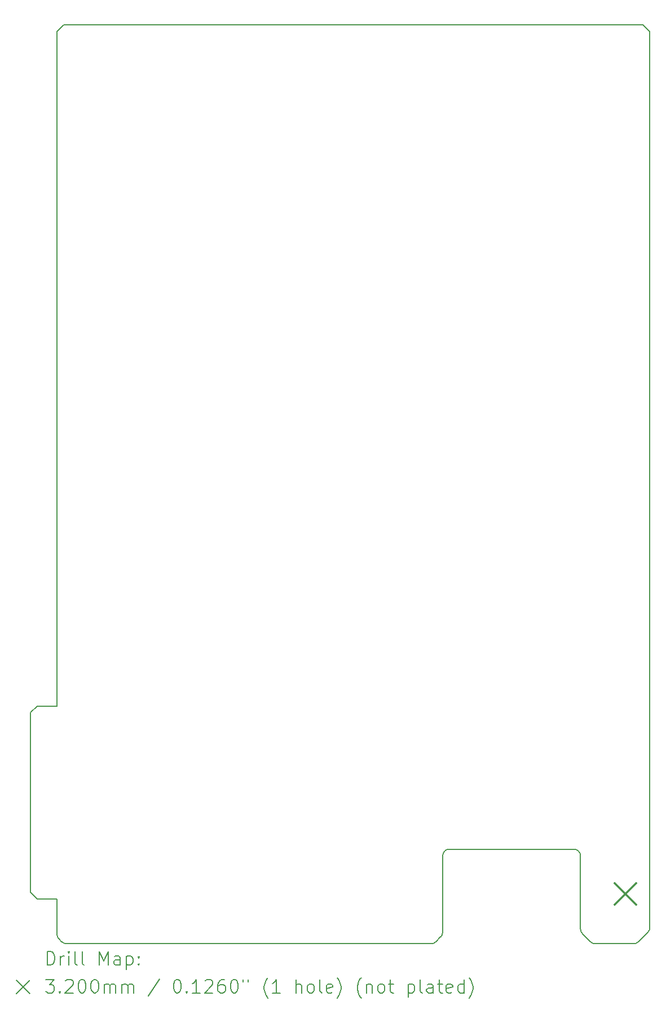
<source format=gbr>
%TF.GenerationSoftware,KiCad,Pcbnew,8.0.5*%
%TF.CreationDate,2024-11-12T15:17:23-04:00*%
%TF.ProjectId,RAMEXB_V2_Github,52414d45-5842-45f5-9632-5f4769746875,rev?*%
%TF.SameCoordinates,Original*%
%TF.FileFunction,Drillmap*%
%TF.FilePolarity,Positive*%
%FSLAX45Y45*%
G04 Gerber Fmt 4.5, Leading zero omitted, Abs format (unit mm)*
G04 Created by KiCad (PCBNEW 8.0.5) date 2024-11-12 15:17:23*
%MOMM*%
%LPD*%
G01*
G04 APERTURE LIST*
%ADD10C,0.150000*%
%ADD11C,0.200000*%
%ADD12C,0.320000*%
G04 APERTURE END LIST*
D10*
X15850000Y-1498000D02*
X15750000Y-1598000D01*
X21439289Y-15270711D02*
G75*
G02*
X21368579Y-15299999I-70709J70711D01*
G01*
X24620711Y-15129289D02*
X24479289Y-15270711D01*
X24650000Y-15058579D02*
X24650000Y-1598000D01*
X24479289Y-15270711D02*
G75*
G02*
X24408579Y-15299999I-70709J70711D01*
G01*
X15750000Y-14630000D02*
X15750000Y-15158579D01*
X21368579Y-15300000D02*
X15891421Y-15300000D01*
X24650000Y-1598000D02*
X24550000Y-1498000D01*
X23831421Y-15300000D02*
G75*
G02*
X23760710Y-15270711I-1J100000D01*
G01*
X15750000Y-14630000D02*
X15450000Y-14630000D01*
X15891421Y-15300000D02*
G75*
G02*
X15820712Y-15270709I-1J99990D01*
G01*
X15750000Y-11729000D02*
X15450000Y-11729000D01*
X15779289Y-15229289D02*
X15820711Y-15270711D01*
X23639289Y-15149289D02*
G75*
G02*
X23610004Y-15078579I70721J70709D01*
G01*
X23510000Y-13880000D02*
G75*
G02*
X23610000Y-13980000I0J-100000D01*
G01*
X21540000Y-13980000D02*
X21540000Y-15128579D01*
X15450000Y-11729000D02*
X15350000Y-11829000D01*
X15450000Y-14630000D02*
X15350000Y-14530000D01*
X15350000Y-14530000D02*
X15350000Y-11829000D01*
X24650000Y-15058579D02*
G75*
G02*
X24620711Y-15129290I-100000J-1D01*
G01*
X21540000Y-13980000D02*
G75*
G02*
X21640000Y-13880000I100000J0D01*
G01*
X21540000Y-15128579D02*
G75*
G02*
X21510711Y-15199290I-100000J-1D01*
G01*
X15850000Y-1498000D02*
X24550000Y-1498000D01*
X15779289Y-15229289D02*
G75*
G02*
X15750001Y-15158579I70711J70709D01*
G01*
X23510000Y-13880000D02*
X21640000Y-13880000D01*
X21510711Y-15199289D02*
X21439289Y-15270711D01*
X24408579Y-15300000D02*
X23831421Y-15300000D01*
X15750000Y-11729000D02*
X15750000Y-9550000D01*
X23760711Y-15270711D02*
X23639289Y-15149289D01*
X15750000Y-9550000D02*
X15750000Y-1598000D01*
X23610000Y-15078579D02*
X23610000Y-13980000D01*
D11*
D12*
X24125000Y-14395000D02*
X24445000Y-14715000D01*
X24445000Y-14395000D02*
X24125000Y-14715000D01*
D11*
X15603277Y-15618984D02*
X15603277Y-15418984D01*
X15603277Y-15418984D02*
X15650896Y-15418984D01*
X15650896Y-15418984D02*
X15679467Y-15428508D01*
X15679467Y-15428508D02*
X15698515Y-15447555D01*
X15698515Y-15447555D02*
X15708039Y-15466603D01*
X15708039Y-15466603D02*
X15717562Y-15504698D01*
X15717562Y-15504698D02*
X15717562Y-15533269D01*
X15717562Y-15533269D02*
X15708039Y-15571365D01*
X15708039Y-15571365D02*
X15698515Y-15590412D01*
X15698515Y-15590412D02*
X15679467Y-15609460D01*
X15679467Y-15609460D02*
X15650896Y-15618984D01*
X15650896Y-15618984D02*
X15603277Y-15618984D01*
X15803277Y-15618984D02*
X15803277Y-15485650D01*
X15803277Y-15523746D02*
X15812801Y-15504698D01*
X15812801Y-15504698D02*
X15822324Y-15495174D01*
X15822324Y-15495174D02*
X15841372Y-15485650D01*
X15841372Y-15485650D02*
X15860420Y-15485650D01*
X15927086Y-15618984D02*
X15927086Y-15485650D01*
X15927086Y-15418984D02*
X15917562Y-15428508D01*
X15917562Y-15428508D02*
X15927086Y-15438031D01*
X15927086Y-15438031D02*
X15936610Y-15428508D01*
X15936610Y-15428508D02*
X15927086Y-15418984D01*
X15927086Y-15418984D02*
X15927086Y-15438031D01*
X16050896Y-15618984D02*
X16031848Y-15609460D01*
X16031848Y-15609460D02*
X16022324Y-15590412D01*
X16022324Y-15590412D02*
X16022324Y-15418984D01*
X16155658Y-15618984D02*
X16136610Y-15609460D01*
X16136610Y-15609460D02*
X16127086Y-15590412D01*
X16127086Y-15590412D02*
X16127086Y-15418984D01*
X16384229Y-15618984D02*
X16384229Y-15418984D01*
X16384229Y-15418984D02*
X16450896Y-15561841D01*
X16450896Y-15561841D02*
X16517562Y-15418984D01*
X16517562Y-15418984D02*
X16517562Y-15618984D01*
X16698515Y-15618984D02*
X16698515Y-15514222D01*
X16698515Y-15514222D02*
X16688991Y-15495174D01*
X16688991Y-15495174D02*
X16669943Y-15485650D01*
X16669943Y-15485650D02*
X16631848Y-15485650D01*
X16631848Y-15485650D02*
X16612801Y-15495174D01*
X16698515Y-15609460D02*
X16679467Y-15618984D01*
X16679467Y-15618984D02*
X16631848Y-15618984D01*
X16631848Y-15618984D02*
X16612801Y-15609460D01*
X16612801Y-15609460D02*
X16603277Y-15590412D01*
X16603277Y-15590412D02*
X16603277Y-15571365D01*
X16603277Y-15571365D02*
X16612801Y-15552317D01*
X16612801Y-15552317D02*
X16631848Y-15542793D01*
X16631848Y-15542793D02*
X16679467Y-15542793D01*
X16679467Y-15542793D02*
X16698515Y-15533269D01*
X16793753Y-15485650D02*
X16793753Y-15685650D01*
X16793753Y-15495174D02*
X16812801Y-15485650D01*
X16812801Y-15485650D02*
X16850896Y-15485650D01*
X16850896Y-15485650D02*
X16869944Y-15495174D01*
X16869944Y-15495174D02*
X16879467Y-15504698D01*
X16879467Y-15504698D02*
X16888991Y-15523746D01*
X16888991Y-15523746D02*
X16888991Y-15580888D01*
X16888991Y-15580888D02*
X16879467Y-15599936D01*
X16879467Y-15599936D02*
X16869944Y-15609460D01*
X16869944Y-15609460D02*
X16850896Y-15618984D01*
X16850896Y-15618984D02*
X16812801Y-15618984D01*
X16812801Y-15618984D02*
X16793753Y-15609460D01*
X16974705Y-15599936D02*
X16984229Y-15609460D01*
X16984229Y-15609460D02*
X16974705Y-15618984D01*
X16974705Y-15618984D02*
X16965182Y-15609460D01*
X16965182Y-15609460D02*
X16974705Y-15599936D01*
X16974705Y-15599936D02*
X16974705Y-15618984D01*
X16974705Y-15495174D02*
X16984229Y-15504698D01*
X16984229Y-15504698D02*
X16974705Y-15514222D01*
X16974705Y-15514222D02*
X16965182Y-15504698D01*
X16965182Y-15504698D02*
X16974705Y-15495174D01*
X16974705Y-15495174D02*
X16974705Y-15514222D01*
X15142500Y-15847500D02*
X15342500Y-16047500D01*
X15342500Y-15847500D02*
X15142500Y-16047500D01*
X15584229Y-15838984D02*
X15708039Y-15838984D01*
X15708039Y-15838984D02*
X15641372Y-15915174D01*
X15641372Y-15915174D02*
X15669943Y-15915174D01*
X15669943Y-15915174D02*
X15688991Y-15924698D01*
X15688991Y-15924698D02*
X15698515Y-15934222D01*
X15698515Y-15934222D02*
X15708039Y-15953269D01*
X15708039Y-15953269D02*
X15708039Y-16000888D01*
X15708039Y-16000888D02*
X15698515Y-16019936D01*
X15698515Y-16019936D02*
X15688991Y-16029460D01*
X15688991Y-16029460D02*
X15669943Y-16038984D01*
X15669943Y-16038984D02*
X15612801Y-16038984D01*
X15612801Y-16038984D02*
X15593753Y-16029460D01*
X15593753Y-16029460D02*
X15584229Y-16019936D01*
X15793753Y-16019936D02*
X15803277Y-16029460D01*
X15803277Y-16029460D02*
X15793753Y-16038984D01*
X15793753Y-16038984D02*
X15784229Y-16029460D01*
X15784229Y-16029460D02*
X15793753Y-16019936D01*
X15793753Y-16019936D02*
X15793753Y-16038984D01*
X15879467Y-15858031D02*
X15888991Y-15848508D01*
X15888991Y-15848508D02*
X15908039Y-15838984D01*
X15908039Y-15838984D02*
X15955658Y-15838984D01*
X15955658Y-15838984D02*
X15974705Y-15848508D01*
X15974705Y-15848508D02*
X15984229Y-15858031D01*
X15984229Y-15858031D02*
X15993753Y-15877079D01*
X15993753Y-15877079D02*
X15993753Y-15896127D01*
X15993753Y-15896127D02*
X15984229Y-15924698D01*
X15984229Y-15924698D02*
X15869943Y-16038984D01*
X15869943Y-16038984D02*
X15993753Y-16038984D01*
X16117562Y-15838984D02*
X16136610Y-15838984D01*
X16136610Y-15838984D02*
X16155658Y-15848508D01*
X16155658Y-15848508D02*
X16165182Y-15858031D01*
X16165182Y-15858031D02*
X16174705Y-15877079D01*
X16174705Y-15877079D02*
X16184229Y-15915174D01*
X16184229Y-15915174D02*
X16184229Y-15962793D01*
X16184229Y-15962793D02*
X16174705Y-16000888D01*
X16174705Y-16000888D02*
X16165182Y-16019936D01*
X16165182Y-16019936D02*
X16155658Y-16029460D01*
X16155658Y-16029460D02*
X16136610Y-16038984D01*
X16136610Y-16038984D02*
X16117562Y-16038984D01*
X16117562Y-16038984D02*
X16098515Y-16029460D01*
X16098515Y-16029460D02*
X16088991Y-16019936D01*
X16088991Y-16019936D02*
X16079467Y-16000888D01*
X16079467Y-16000888D02*
X16069943Y-15962793D01*
X16069943Y-15962793D02*
X16069943Y-15915174D01*
X16069943Y-15915174D02*
X16079467Y-15877079D01*
X16079467Y-15877079D02*
X16088991Y-15858031D01*
X16088991Y-15858031D02*
X16098515Y-15848508D01*
X16098515Y-15848508D02*
X16117562Y-15838984D01*
X16308039Y-15838984D02*
X16327086Y-15838984D01*
X16327086Y-15838984D02*
X16346134Y-15848508D01*
X16346134Y-15848508D02*
X16355658Y-15858031D01*
X16355658Y-15858031D02*
X16365182Y-15877079D01*
X16365182Y-15877079D02*
X16374705Y-15915174D01*
X16374705Y-15915174D02*
X16374705Y-15962793D01*
X16374705Y-15962793D02*
X16365182Y-16000888D01*
X16365182Y-16000888D02*
X16355658Y-16019936D01*
X16355658Y-16019936D02*
X16346134Y-16029460D01*
X16346134Y-16029460D02*
X16327086Y-16038984D01*
X16327086Y-16038984D02*
X16308039Y-16038984D01*
X16308039Y-16038984D02*
X16288991Y-16029460D01*
X16288991Y-16029460D02*
X16279467Y-16019936D01*
X16279467Y-16019936D02*
X16269943Y-16000888D01*
X16269943Y-16000888D02*
X16260420Y-15962793D01*
X16260420Y-15962793D02*
X16260420Y-15915174D01*
X16260420Y-15915174D02*
X16269943Y-15877079D01*
X16269943Y-15877079D02*
X16279467Y-15858031D01*
X16279467Y-15858031D02*
X16288991Y-15848508D01*
X16288991Y-15848508D02*
X16308039Y-15838984D01*
X16460420Y-16038984D02*
X16460420Y-15905650D01*
X16460420Y-15924698D02*
X16469943Y-15915174D01*
X16469943Y-15915174D02*
X16488991Y-15905650D01*
X16488991Y-15905650D02*
X16517563Y-15905650D01*
X16517563Y-15905650D02*
X16536610Y-15915174D01*
X16536610Y-15915174D02*
X16546134Y-15934222D01*
X16546134Y-15934222D02*
X16546134Y-16038984D01*
X16546134Y-15934222D02*
X16555658Y-15915174D01*
X16555658Y-15915174D02*
X16574705Y-15905650D01*
X16574705Y-15905650D02*
X16603277Y-15905650D01*
X16603277Y-15905650D02*
X16622324Y-15915174D01*
X16622324Y-15915174D02*
X16631848Y-15934222D01*
X16631848Y-15934222D02*
X16631848Y-16038984D01*
X16727086Y-16038984D02*
X16727086Y-15905650D01*
X16727086Y-15924698D02*
X16736610Y-15915174D01*
X16736610Y-15915174D02*
X16755658Y-15905650D01*
X16755658Y-15905650D02*
X16784229Y-15905650D01*
X16784229Y-15905650D02*
X16803277Y-15915174D01*
X16803277Y-15915174D02*
X16812801Y-15934222D01*
X16812801Y-15934222D02*
X16812801Y-16038984D01*
X16812801Y-15934222D02*
X16822325Y-15915174D01*
X16822325Y-15915174D02*
X16841372Y-15905650D01*
X16841372Y-15905650D02*
X16869944Y-15905650D01*
X16869944Y-15905650D02*
X16888991Y-15915174D01*
X16888991Y-15915174D02*
X16898515Y-15934222D01*
X16898515Y-15934222D02*
X16898515Y-16038984D01*
X17288991Y-15829460D02*
X17117563Y-16086603D01*
X17546134Y-15838984D02*
X17565182Y-15838984D01*
X17565182Y-15838984D02*
X17584229Y-15848508D01*
X17584229Y-15848508D02*
X17593753Y-15858031D01*
X17593753Y-15858031D02*
X17603277Y-15877079D01*
X17603277Y-15877079D02*
X17612801Y-15915174D01*
X17612801Y-15915174D02*
X17612801Y-15962793D01*
X17612801Y-15962793D02*
X17603277Y-16000888D01*
X17603277Y-16000888D02*
X17593753Y-16019936D01*
X17593753Y-16019936D02*
X17584229Y-16029460D01*
X17584229Y-16029460D02*
X17565182Y-16038984D01*
X17565182Y-16038984D02*
X17546134Y-16038984D01*
X17546134Y-16038984D02*
X17527087Y-16029460D01*
X17527087Y-16029460D02*
X17517563Y-16019936D01*
X17517563Y-16019936D02*
X17508039Y-16000888D01*
X17508039Y-16000888D02*
X17498515Y-15962793D01*
X17498515Y-15962793D02*
X17498515Y-15915174D01*
X17498515Y-15915174D02*
X17508039Y-15877079D01*
X17508039Y-15877079D02*
X17517563Y-15858031D01*
X17517563Y-15858031D02*
X17527087Y-15848508D01*
X17527087Y-15848508D02*
X17546134Y-15838984D01*
X17698515Y-16019936D02*
X17708039Y-16029460D01*
X17708039Y-16029460D02*
X17698515Y-16038984D01*
X17698515Y-16038984D02*
X17688991Y-16029460D01*
X17688991Y-16029460D02*
X17698515Y-16019936D01*
X17698515Y-16019936D02*
X17698515Y-16038984D01*
X17898515Y-16038984D02*
X17784229Y-16038984D01*
X17841372Y-16038984D02*
X17841372Y-15838984D01*
X17841372Y-15838984D02*
X17822325Y-15867555D01*
X17822325Y-15867555D02*
X17803277Y-15886603D01*
X17803277Y-15886603D02*
X17784229Y-15896127D01*
X17974706Y-15858031D02*
X17984229Y-15848508D01*
X17984229Y-15848508D02*
X18003277Y-15838984D01*
X18003277Y-15838984D02*
X18050896Y-15838984D01*
X18050896Y-15838984D02*
X18069944Y-15848508D01*
X18069944Y-15848508D02*
X18079468Y-15858031D01*
X18079468Y-15858031D02*
X18088991Y-15877079D01*
X18088991Y-15877079D02*
X18088991Y-15896127D01*
X18088991Y-15896127D02*
X18079468Y-15924698D01*
X18079468Y-15924698D02*
X17965182Y-16038984D01*
X17965182Y-16038984D02*
X18088991Y-16038984D01*
X18260420Y-15838984D02*
X18222325Y-15838984D01*
X18222325Y-15838984D02*
X18203277Y-15848508D01*
X18203277Y-15848508D02*
X18193753Y-15858031D01*
X18193753Y-15858031D02*
X18174706Y-15886603D01*
X18174706Y-15886603D02*
X18165182Y-15924698D01*
X18165182Y-15924698D02*
X18165182Y-16000888D01*
X18165182Y-16000888D02*
X18174706Y-16019936D01*
X18174706Y-16019936D02*
X18184229Y-16029460D01*
X18184229Y-16029460D02*
X18203277Y-16038984D01*
X18203277Y-16038984D02*
X18241372Y-16038984D01*
X18241372Y-16038984D02*
X18260420Y-16029460D01*
X18260420Y-16029460D02*
X18269944Y-16019936D01*
X18269944Y-16019936D02*
X18279468Y-16000888D01*
X18279468Y-16000888D02*
X18279468Y-15953269D01*
X18279468Y-15953269D02*
X18269944Y-15934222D01*
X18269944Y-15934222D02*
X18260420Y-15924698D01*
X18260420Y-15924698D02*
X18241372Y-15915174D01*
X18241372Y-15915174D02*
X18203277Y-15915174D01*
X18203277Y-15915174D02*
X18184229Y-15924698D01*
X18184229Y-15924698D02*
X18174706Y-15934222D01*
X18174706Y-15934222D02*
X18165182Y-15953269D01*
X18403277Y-15838984D02*
X18422325Y-15838984D01*
X18422325Y-15838984D02*
X18441372Y-15848508D01*
X18441372Y-15848508D02*
X18450896Y-15858031D01*
X18450896Y-15858031D02*
X18460420Y-15877079D01*
X18460420Y-15877079D02*
X18469944Y-15915174D01*
X18469944Y-15915174D02*
X18469944Y-15962793D01*
X18469944Y-15962793D02*
X18460420Y-16000888D01*
X18460420Y-16000888D02*
X18450896Y-16019936D01*
X18450896Y-16019936D02*
X18441372Y-16029460D01*
X18441372Y-16029460D02*
X18422325Y-16038984D01*
X18422325Y-16038984D02*
X18403277Y-16038984D01*
X18403277Y-16038984D02*
X18384229Y-16029460D01*
X18384229Y-16029460D02*
X18374706Y-16019936D01*
X18374706Y-16019936D02*
X18365182Y-16000888D01*
X18365182Y-16000888D02*
X18355658Y-15962793D01*
X18355658Y-15962793D02*
X18355658Y-15915174D01*
X18355658Y-15915174D02*
X18365182Y-15877079D01*
X18365182Y-15877079D02*
X18374706Y-15858031D01*
X18374706Y-15858031D02*
X18384229Y-15848508D01*
X18384229Y-15848508D02*
X18403277Y-15838984D01*
X18546134Y-15838984D02*
X18546134Y-15877079D01*
X18622325Y-15838984D02*
X18622325Y-15877079D01*
X18917563Y-16115174D02*
X18908039Y-16105650D01*
X18908039Y-16105650D02*
X18888991Y-16077079D01*
X18888991Y-16077079D02*
X18879468Y-16058031D01*
X18879468Y-16058031D02*
X18869944Y-16029460D01*
X18869944Y-16029460D02*
X18860420Y-15981841D01*
X18860420Y-15981841D02*
X18860420Y-15943746D01*
X18860420Y-15943746D02*
X18869944Y-15896127D01*
X18869944Y-15896127D02*
X18879468Y-15867555D01*
X18879468Y-15867555D02*
X18888991Y-15848508D01*
X18888991Y-15848508D02*
X18908039Y-15819936D01*
X18908039Y-15819936D02*
X18917563Y-15810412D01*
X19098515Y-16038984D02*
X18984230Y-16038984D01*
X19041372Y-16038984D02*
X19041372Y-15838984D01*
X19041372Y-15838984D02*
X19022325Y-15867555D01*
X19022325Y-15867555D02*
X19003277Y-15886603D01*
X19003277Y-15886603D02*
X18984230Y-15896127D01*
X19336611Y-16038984D02*
X19336611Y-15838984D01*
X19422325Y-16038984D02*
X19422325Y-15934222D01*
X19422325Y-15934222D02*
X19412801Y-15915174D01*
X19412801Y-15915174D02*
X19393753Y-15905650D01*
X19393753Y-15905650D02*
X19365182Y-15905650D01*
X19365182Y-15905650D02*
X19346134Y-15915174D01*
X19346134Y-15915174D02*
X19336611Y-15924698D01*
X19546134Y-16038984D02*
X19527087Y-16029460D01*
X19527087Y-16029460D02*
X19517563Y-16019936D01*
X19517563Y-16019936D02*
X19508039Y-16000888D01*
X19508039Y-16000888D02*
X19508039Y-15943746D01*
X19508039Y-15943746D02*
X19517563Y-15924698D01*
X19517563Y-15924698D02*
X19527087Y-15915174D01*
X19527087Y-15915174D02*
X19546134Y-15905650D01*
X19546134Y-15905650D02*
X19574706Y-15905650D01*
X19574706Y-15905650D02*
X19593753Y-15915174D01*
X19593753Y-15915174D02*
X19603277Y-15924698D01*
X19603277Y-15924698D02*
X19612801Y-15943746D01*
X19612801Y-15943746D02*
X19612801Y-16000888D01*
X19612801Y-16000888D02*
X19603277Y-16019936D01*
X19603277Y-16019936D02*
X19593753Y-16029460D01*
X19593753Y-16029460D02*
X19574706Y-16038984D01*
X19574706Y-16038984D02*
X19546134Y-16038984D01*
X19727087Y-16038984D02*
X19708039Y-16029460D01*
X19708039Y-16029460D02*
X19698515Y-16010412D01*
X19698515Y-16010412D02*
X19698515Y-15838984D01*
X19879468Y-16029460D02*
X19860420Y-16038984D01*
X19860420Y-16038984D02*
X19822325Y-16038984D01*
X19822325Y-16038984D02*
X19803277Y-16029460D01*
X19803277Y-16029460D02*
X19793753Y-16010412D01*
X19793753Y-16010412D02*
X19793753Y-15934222D01*
X19793753Y-15934222D02*
X19803277Y-15915174D01*
X19803277Y-15915174D02*
X19822325Y-15905650D01*
X19822325Y-15905650D02*
X19860420Y-15905650D01*
X19860420Y-15905650D02*
X19879468Y-15915174D01*
X19879468Y-15915174D02*
X19888992Y-15934222D01*
X19888992Y-15934222D02*
X19888992Y-15953269D01*
X19888992Y-15953269D02*
X19793753Y-15972317D01*
X19955658Y-16115174D02*
X19965182Y-16105650D01*
X19965182Y-16105650D02*
X19984230Y-16077079D01*
X19984230Y-16077079D02*
X19993753Y-16058031D01*
X19993753Y-16058031D02*
X20003277Y-16029460D01*
X20003277Y-16029460D02*
X20012801Y-15981841D01*
X20012801Y-15981841D02*
X20012801Y-15943746D01*
X20012801Y-15943746D02*
X20003277Y-15896127D01*
X20003277Y-15896127D02*
X19993753Y-15867555D01*
X19993753Y-15867555D02*
X19984230Y-15848508D01*
X19984230Y-15848508D02*
X19965182Y-15819936D01*
X19965182Y-15819936D02*
X19955658Y-15810412D01*
X20317563Y-16115174D02*
X20308039Y-16105650D01*
X20308039Y-16105650D02*
X20288992Y-16077079D01*
X20288992Y-16077079D02*
X20279468Y-16058031D01*
X20279468Y-16058031D02*
X20269944Y-16029460D01*
X20269944Y-16029460D02*
X20260420Y-15981841D01*
X20260420Y-15981841D02*
X20260420Y-15943746D01*
X20260420Y-15943746D02*
X20269944Y-15896127D01*
X20269944Y-15896127D02*
X20279468Y-15867555D01*
X20279468Y-15867555D02*
X20288992Y-15848508D01*
X20288992Y-15848508D02*
X20308039Y-15819936D01*
X20308039Y-15819936D02*
X20317563Y-15810412D01*
X20393753Y-15905650D02*
X20393753Y-16038984D01*
X20393753Y-15924698D02*
X20403277Y-15915174D01*
X20403277Y-15915174D02*
X20422325Y-15905650D01*
X20422325Y-15905650D02*
X20450896Y-15905650D01*
X20450896Y-15905650D02*
X20469944Y-15915174D01*
X20469944Y-15915174D02*
X20479468Y-15934222D01*
X20479468Y-15934222D02*
X20479468Y-16038984D01*
X20603277Y-16038984D02*
X20584230Y-16029460D01*
X20584230Y-16029460D02*
X20574706Y-16019936D01*
X20574706Y-16019936D02*
X20565182Y-16000888D01*
X20565182Y-16000888D02*
X20565182Y-15943746D01*
X20565182Y-15943746D02*
X20574706Y-15924698D01*
X20574706Y-15924698D02*
X20584230Y-15915174D01*
X20584230Y-15915174D02*
X20603277Y-15905650D01*
X20603277Y-15905650D02*
X20631849Y-15905650D01*
X20631849Y-15905650D02*
X20650896Y-15915174D01*
X20650896Y-15915174D02*
X20660420Y-15924698D01*
X20660420Y-15924698D02*
X20669944Y-15943746D01*
X20669944Y-15943746D02*
X20669944Y-16000888D01*
X20669944Y-16000888D02*
X20660420Y-16019936D01*
X20660420Y-16019936D02*
X20650896Y-16029460D01*
X20650896Y-16029460D02*
X20631849Y-16038984D01*
X20631849Y-16038984D02*
X20603277Y-16038984D01*
X20727087Y-15905650D02*
X20803277Y-15905650D01*
X20755658Y-15838984D02*
X20755658Y-16010412D01*
X20755658Y-16010412D02*
X20765182Y-16029460D01*
X20765182Y-16029460D02*
X20784230Y-16038984D01*
X20784230Y-16038984D02*
X20803277Y-16038984D01*
X21022325Y-15905650D02*
X21022325Y-16105650D01*
X21022325Y-15915174D02*
X21041373Y-15905650D01*
X21041373Y-15905650D02*
X21079468Y-15905650D01*
X21079468Y-15905650D02*
X21098515Y-15915174D01*
X21098515Y-15915174D02*
X21108039Y-15924698D01*
X21108039Y-15924698D02*
X21117563Y-15943746D01*
X21117563Y-15943746D02*
X21117563Y-16000888D01*
X21117563Y-16000888D02*
X21108039Y-16019936D01*
X21108039Y-16019936D02*
X21098515Y-16029460D01*
X21098515Y-16029460D02*
X21079468Y-16038984D01*
X21079468Y-16038984D02*
X21041373Y-16038984D01*
X21041373Y-16038984D02*
X21022325Y-16029460D01*
X21231849Y-16038984D02*
X21212801Y-16029460D01*
X21212801Y-16029460D02*
X21203277Y-16010412D01*
X21203277Y-16010412D02*
X21203277Y-15838984D01*
X21393754Y-16038984D02*
X21393754Y-15934222D01*
X21393754Y-15934222D02*
X21384230Y-15915174D01*
X21384230Y-15915174D02*
X21365182Y-15905650D01*
X21365182Y-15905650D02*
X21327087Y-15905650D01*
X21327087Y-15905650D02*
X21308039Y-15915174D01*
X21393754Y-16029460D02*
X21374706Y-16038984D01*
X21374706Y-16038984D02*
X21327087Y-16038984D01*
X21327087Y-16038984D02*
X21308039Y-16029460D01*
X21308039Y-16029460D02*
X21298515Y-16010412D01*
X21298515Y-16010412D02*
X21298515Y-15991365D01*
X21298515Y-15991365D02*
X21308039Y-15972317D01*
X21308039Y-15972317D02*
X21327087Y-15962793D01*
X21327087Y-15962793D02*
X21374706Y-15962793D01*
X21374706Y-15962793D02*
X21393754Y-15953269D01*
X21460420Y-15905650D02*
X21536611Y-15905650D01*
X21488992Y-15838984D02*
X21488992Y-16010412D01*
X21488992Y-16010412D02*
X21498515Y-16029460D01*
X21498515Y-16029460D02*
X21517563Y-16038984D01*
X21517563Y-16038984D02*
X21536611Y-16038984D01*
X21679468Y-16029460D02*
X21660420Y-16038984D01*
X21660420Y-16038984D02*
X21622325Y-16038984D01*
X21622325Y-16038984D02*
X21603277Y-16029460D01*
X21603277Y-16029460D02*
X21593754Y-16010412D01*
X21593754Y-16010412D02*
X21593754Y-15934222D01*
X21593754Y-15934222D02*
X21603277Y-15915174D01*
X21603277Y-15915174D02*
X21622325Y-15905650D01*
X21622325Y-15905650D02*
X21660420Y-15905650D01*
X21660420Y-15905650D02*
X21679468Y-15915174D01*
X21679468Y-15915174D02*
X21688992Y-15934222D01*
X21688992Y-15934222D02*
X21688992Y-15953269D01*
X21688992Y-15953269D02*
X21593754Y-15972317D01*
X21860420Y-16038984D02*
X21860420Y-15838984D01*
X21860420Y-16029460D02*
X21841373Y-16038984D01*
X21841373Y-16038984D02*
X21803277Y-16038984D01*
X21803277Y-16038984D02*
X21784230Y-16029460D01*
X21784230Y-16029460D02*
X21774706Y-16019936D01*
X21774706Y-16019936D02*
X21765182Y-16000888D01*
X21765182Y-16000888D02*
X21765182Y-15943746D01*
X21765182Y-15943746D02*
X21774706Y-15924698D01*
X21774706Y-15924698D02*
X21784230Y-15915174D01*
X21784230Y-15915174D02*
X21803277Y-15905650D01*
X21803277Y-15905650D02*
X21841373Y-15905650D01*
X21841373Y-15905650D02*
X21860420Y-15915174D01*
X21936611Y-16115174D02*
X21946135Y-16105650D01*
X21946135Y-16105650D02*
X21965182Y-16077079D01*
X21965182Y-16077079D02*
X21974706Y-16058031D01*
X21974706Y-16058031D02*
X21984230Y-16029460D01*
X21984230Y-16029460D02*
X21993754Y-15981841D01*
X21993754Y-15981841D02*
X21993754Y-15943746D01*
X21993754Y-15943746D02*
X21984230Y-15896127D01*
X21984230Y-15896127D02*
X21974706Y-15867555D01*
X21974706Y-15867555D02*
X21965182Y-15848508D01*
X21965182Y-15848508D02*
X21946135Y-15819936D01*
X21946135Y-15819936D02*
X21936611Y-15810412D01*
M02*

</source>
